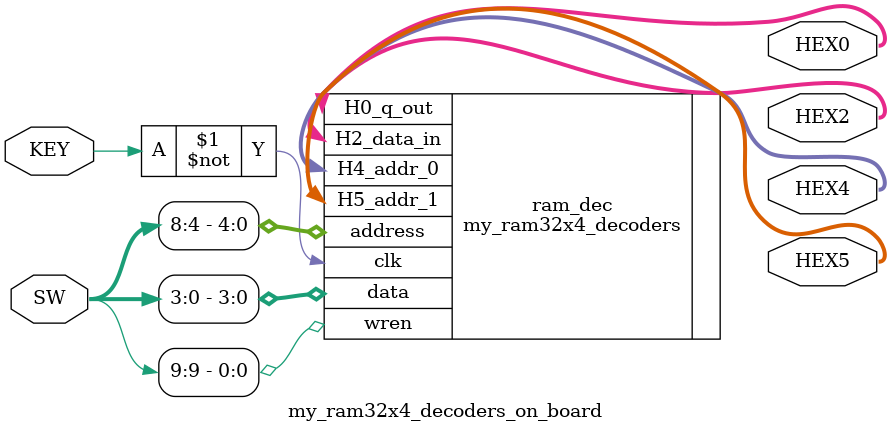
<source format=v>
module my_ram32x4_decoders_on_board(input [9:0] SW,
												input [0:0] KEY,
												output [0:6] HEX0, HEX2, HEX4, HEX5);

	my_ram32x4_decoders ram_dec(.address(SW[8:4]), .clk(~KEY[0]), .data(SW[3:0]), .wren(SW[9]),
										.H5_addr_1(HEX5[0:6]), .H4_addr_0(HEX4[0:6]), .H2_data_in(HEX2[0:6]), .H0_q_out(HEX0[0:6]));
										
endmodule

</source>
